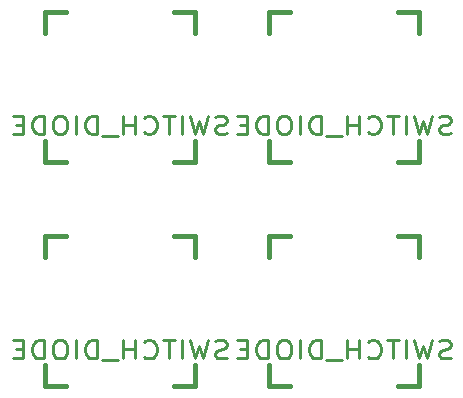
<source format=gbr>
G04 #@! TF.FileFunction,Legend,Bot*
%FSLAX46Y46*%
G04 Gerber Fmt 4.6, Leading zero omitted, Abs format (unit mm)*
G04 Created by KiCad (PCBNEW (after 2015-jan-16 BZR unknown)-brewed_product) date Friday, March 06, 2015 'AMt' 08:10:05 AM*
%MOMM*%
G01*
G04 APERTURE LIST*
%ADD10C,0.100000*%
%ADD11C,0.381000*%
%ADD12C,0.254000*%
G04 APERTURE END LIST*
D10*
D11*
X147650000Y-101650000D02*
X149428000Y-101650000D01*
X158572000Y-101650000D02*
X160350000Y-101650000D01*
X160350000Y-101650000D02*
X160350000Y-103428000D01*
X160350000Y-112572000D02*
X160350000Y-114350000D01*
X160350000Y-114350000D02*
X158572000Y-114350000D01*
X149428000Y-114350000D02*
X147650000Y-114350000D01*
X147650000Y-114350000D02*
X147650000Y-112572000D01*
X147650000Y-103428000D02*
X147650000Y-101650000D01*
X147650000Y-120650000D02*
X149428000Y-120650000D01*
X158572000Y-120650000D02*
X160350000Y-120650000D01*
X160350000Y-120650000D02*
X160350000Y-122428000D01*
X160350000Y-131572000D02*
X160350000Y-133350000D01*
X160350000Y-133350000D02*
X158572000Y-133350000D01*
X149428000Y-133350000D02*
X147650000Y-133350000D01*
X147650000Y-133350000D02*
X147650000Y-131572000D01*
X147650000Y-122428000D02*
X147650000Y-120650000D01*
X166650000Y-101650000D02*
X168428000Y-101650000D01*
X177572000Y-101650000D02*
X179350000Y-101650000D01*
X179350000Y-101650000D02*
X179350000Y-103428000D01*
X179350000Y-112572000D02*
X179350000Y-114350000D01*
X179350000Y-114350000D02*
X177572000Y-114350000D01*
X168428000Y-114350000D02*
X166650000Y-114350000D01*
X166650000Y-114350000D02*
X166650000Y-112572000D01*
X166650000Y-103428000D02*
X166650000Y-101650000D01*
X166650000Y-120650000D02*
X168428000Y-120650000D01*
X177572000Y-120650000D02*
X179350000Y-120650000D01*
X179350000Y-120650000D02*
X179350000Y-122428000D01*
X179350000Y-131572000D02*
X179350000Y-133350000D01*
X179350000Y-133350000D02*
X177572000Y-133350000D01*
X168428000Y-133350000D02*
X166650000Y-133350000D01*
X166650000Y-133350000D02*
X166650000Y-131572000D01*
X166650000Y-122428000D02*
X166650000Y-120650000D01*
D12*
X163059334Y-111918857D02*
X162805334Y-111991429D01*
X162382001Y-111991429D01*
X162212668Y-111918857D01*
X162128001Y-111846286D01*
X162043334Y-111701143D01*
X162043334Y-111556000D01*
X162128001Y-111410857D01*
X162212668Y-111338286D01*
X162382001Y-111265714D01*
X162720668Y-111193143D01*
X162890001Y-111120571D01*
X162974668Y-111048000D01*
X163059334Y-110902857D01*
X163059334Y-110757714D01*
X162974668Y-110612571D01*
X162890001Y-110540000D01*
X162720668Y-110467429D01*
X162297334Y-110467429D01*
X162043334Y-110540000D01*
X161450668Y-110467429D02*
X161027335Y-111991429D01*
X160688668Y-110902857D01*
X160350001Y-111991429D01*
X159926668Y-110467429D01*
X159249335Y-111991429D02*
X159249335Y-110467429D01*
X158656668Y-110467429D02*
X157640668Y-110467429D01*
X158148668Y-111991429D02*
X158148668Y-110467429D01*
X156032001Y-111846286D02*
X156116667Y-111918857D01*
X156370667Y-111991429D01*
X156540001Y-111991429D01*
X156794001Y-111918857D01*
X156963334Y-111773714D01*
X157048001Y-111628571D01*
X157132667Y-111338286D01*
X157132667Y-111120571D01*
X157048001Y-110830286D01*
X156963334Y-110685143D01*
X156794001Y-110540000D01*
X156540001Y-110467429D01*
X156370667Y-110467429D01*
X156116667Y-110540000D01*
X156032001Y-110612571D01*
X155270001Y-111991429D02*
X155270001Y-110467429D01*
X155270001Y-111193143D02*
X154254001Y-111193143D01*
X154254001Y-111991429D02*
X154254001Y-110467429D01*
X153830667Y-112136571D02*
X152476000Y-112136571D01*
X152052667Y-111991429D02*
X152052667Y-110467429D01*
X151629333Y-110467429D01*
X151375333Y-110540000D01*
X151206000Y-110685143D01*
X151121333Y-110830286D01*
X151036667Y-111120571D01*
X151036667Y-111338286D01*
X151121333Y-111628571D01*
X151206000Y-111773714D01*
X151375333Y-111918857D01*
X151629333Y-111991429D01*
X152052667Y-111991429D01*
X150274667Y-111991429D02*
X150274667Y-110467429D01*
X149089333Y-110467429D02*
X148750666Y-110467429D01*
X148581333Y-110540000D01*
X148412000Y-110685143D01*
X148327333Y-110975429D01*
X148327333Y-111483429D01*
X148412000Y-111773714D01*
X148581333Y-111918857D01*
X148750666Y-111991429D01*
X149089333Y-111991429D01*
X149258666Y-111918857D01*
X149428000Y-111773714D01*
X149512666Y-111483429D01*
X149512666Y-110975429D01*
X149428000Y-110685143D01*
X149258666Y-110540000D01*
X149089333Y-110467429D01*
X147565333Y-111991429D02*
X147565333Y-110467429D01*
X147141999Y-110467429D01*
X146887999Y-110540000D01*
X146718666Y-110685143D01*
X146633999Y-110830286D01*
X146549333Y-111120571D01*
X146549333Y-111338286D01*
X146633999Y-111628571D01*
X146718666Y-111773714D01*
X146887999Y-111918857D01*
X147141999Y-111991429D01*
X147565333Y-111991429D01*
X145787333Y-111193143D02*
X145194666Y-111193143D01*
X144940666Y-111991429D02*
X145787333Y-111991429D01*
X145787333Y-110467429D01*
X144940666Y-110467429D01*
X163059334Y-130918857D02*
X162805334Y-130991429D01*
X162382001Y-130991429D01*
X162212668Y-130918857D01*
X162128001Y-130846286D01*
X162043334Y-130701143D01*
X162043334Y-130556000D01*
X162128001Y-130410857D01*
X162212668Y-130338286D01*
X162382001Y-130265714D01*
X162720668Y-130193143D01*
X162890001Y-130120571D01*
X162974668Y-130048000D01*
X163059334Y-129902857D01*
X163059334Y-129757714D01*
X162974668Y-129612571D01*
X162890001Y-129540000D01*
X162720668Y-129467429D01*
X162297334Y-129467429D01*
X162043334Y-129540000D01*
X161450668Y-129467429D02*
X161027335Y-130991429D01*
X160688668Y-129902857D01*
X160350001Y-130991429D01*
X159926668Y-129467429D01*
X159249335Y-130991429D02*
X159249335Y-129467429D01*
X158656668Y-129467429D02*
X157640668Y-129467429D01*
X158148668Y-130991429D02*
X158148668Y-129467429D01*
X156032001Y-130846286D02*
X156116667Y-130918857D01*
X156370667Y-130991429D01*
X156540001Y-130991429D01*
X156794001Y-130918857D01*
X156963334Y-130773714D01*
X157048001Y-130628571D01*
X157132667Y-130338286D01*
X157132667Y-130120571D01*
X157048001Y-129830286D01*
X156963334Y-129685143D01*
X156794001Y-129540000D01*
X156540001Y-129467429D01*
X156370667Y-129467429D01*
X156116667Y-129540000D01*
X156032001Y-129612571D01*
X155270001Y-130991429D02*
X155270001Y-129467429D01*
X155270001Y-130193143D02*
X154254001Y-130193143D01*
X154254001Y-130991429D02*
X154254001Y-129467429D01*
X153830667Y-131136571D02*
X152476000Y-131136571D01*
X152052667Y-130991429D02*
X152052667Y-129467429D01*
X151629333Y-129467429D01*
X151375333Y-129540000D01*
X151206000Y-129685143D01*
X151121333Y-129830286D01*
X151036667Y-130120571D01*
X151036667Y-130338286D01*
X151121333Y-130628571D01*
X151206000Y-130773714D01*
X151375333Y-130918857D01*
X151629333Y-130991429D01*
X152052667Y-130991429D01*
X150274667Y-130991429D02*
X150274667Y-129467429D01*
X149089333Y-129467429D02*
X148750666Y-129467429D01*
X148581333Y-129540000D01*
X148412000Y-129685143D01*
X148327333Y-129975429D01*
X148327333Y-130483429D01*
X148412000Y-130773714D01*
X148581333Y-130918857D01*
X148750666Y-130991429D01*
X149089333Y-130991429D01*
X149258666Y-130918857D01*
X149428000Y-130773714D01*
X149512666Y-130483429D01*
X149512666Y-129975429D01*
X149428000Y-129685143D01*
X149258666Y-129540000D01*
X149089333Y-129467429D01*
X147565333Y-130991429D02*
X147565333Y-129467429D01*
X147141999Y-129467429D01*
X146887999Y-129540000D01*
X146718666Y-129685143D01*
X146633999Y-129830286D01*
X146549333Y-130120571D01*
X146549333Y-130338286D01*
X146633999Y-130628571D01*
X146718666Y-130773714D01*
X146887999Y-130918857D01*
X147141999Y-130991429D01*
X147565333Y-130991429D01*
X145787333Y-130193143D02*
X145194666Y-130193143D01*
X144940666Y-130991429D02*
X145787333Y-130991429D01*
X145787333Y-129467429D01*
X144940666Y-129467429D01*
X182059334Y-111918857D02*
X181805334Y-111991429D01*
X181382001Y-111991429D01*
X181212668Y-111918857D01*
X181128001Y-111846286D01*
X181043334Y-111701143D01*
X181043334Y-111556000D01*
X181128001Y-111410857D01*
X181212668Y-111338286D01*
X181382001Y-111265714D01*
X181720668Y-111193143D01*
X181890001Y-111120571D01*
X181974668Y-111048000D01*
X182059334Y-110902857D01*
X182059334Y-110757714D01*
X181974668Y-110612571D01*
X181890001Y-110540000D01*
X181720668Y-110467429D01*
X181297334Y-110467429D01*
X181043334Y-110540000D01*
X180450668Y-110467429D02*
X180027335Y-111991429D01*
X179688668Y-110902857D01*
X179350001Y-111991429D01*
X178926668Y-110467429D01*
X178249335Y-111991429D02*
X178249335Y-110467429D01*
X177656668Y-110467429D02*
X176640668Y-110467429D01*
X177148668Y-111991429D02*
X177148668Y-110467429D01*
X175032001Y-111846286D02*
X175116667Y-111918857D01*
X175370667Y-111991429D01*
X175540001Y-111991429D01*
X175794001Y-111918857D01*
X175963334Y-111773714D01*
X176048001Y-111628571D01*
X176132667Y-111338286D01*
X176132667Y-111120571D01*
X176048001Y-110830286D01*
X175963334Y-110685143D01*
X175794001Y-110540000D01*
X175540001Y-110467429D01*
X175370667Y-110467429D01*
X175116667Y-110540000D01*
X175032001Y-110612571D01*
X174270001Y-111991429D02*
X174270001Y-110467429D01*
X174270001Y-111193143D02*
X173254001Y-111193143D01*
X173254001Y-111991429D02*
X173254001Y-110467429D01*
X172830667Y-112136571D02*
X171476000Y-112136571D01*
X171052667Y-111991429D02*
X171052667Y-110467429D01*
X170629333Y-110467429D01*
X170375333Y-110540000D01*
X170206000Y-110685143D01*
X170121333Y-110830286D01*
X170036667Y-111120571D01*
X170036667Y-111338286D01*
X170121333Y-111628571D01*
X170206000Y-111773714D01*
X170375333Y-111918857D01*
X170629333Y-111991429D01*
X171052667Y-111991429D01*
X169274667Y-111991429D02*
X169274667Y-110467429D01*
X168089333Y-110467429D02*
X167750666Y-110467429D01*
X167581333Y-110540000D01*
X167412000Y-110685143D01*
X167327333Y-110975429D01*
X167327333Y-111483429D01*
X167412000Y-111773714D01*
X167581333Y-111918857D01*
X167750666Y-111991429D01*
X168089333Y-111991429D01*
X168258666Y-111918857D01*
X168428000Y-111773714D01*
X168512666Y-111483429D01*
X168512666Y-110975429D01*
X168428000Y-110685143D01*
X168258666Y-110540000D01*
X168089333Y-110467429D01*
X166565333Y-111991429D02*
X166565333Y-110467429D01*
X166141999Y-110467429D01*
X165887999Y-110540000D01*
X165718666Y-110685143D01*
X165633999Y-110830286D01*
X165549333Y-111120571D01*
X165549333Y-111338286D01*
X165633999Y-111628571D01*
X165718666Y-111773714D01*
X165887999Y-111918857D01*
X166141999Y-111991429D01*
X166565333Y-111991429D01*
X164787333Y-111193143D02*
X164194666Y-111193143D01*
X163940666Y-111991429D02*
X164787333Y-111991429D01*
X164787333Y-110467429D01*
X163940666Y-110467429D01*
X182059334Y-130918857D02*
X181805334Y-130991429D01*
X181382001Y-130991429D01*
X181212668Y-130918857D01*
X181128001Y-130846286D01*
X181043334Y-130701143D01*
X181043334Y-130556000D01*
X181128001Y-130410857D01*
X181212668Y-130338286D01*
X181382001Y-130265714D01*
X181720668Y-130193143D01*
X181890001Y-130120571D01*
X181974668Y-130048000D01*
X182059334Y-129902857D01*
X182059334Y-129757714D01*
X181974668Y-129612571D01*
X181890001Y-129540000D01*
X181720668Y-129467429D01*
X181297334Y-129467429D01*
X181043334Y-129540000D01*
X180450668Y-129467429D02*
X180027335Y-130991429D01*
X179688668Y-129902857D01*
X179350001Y-130991429D01*
X178926668Y-129467429D01*
X178249335Y-130991429D02*
X178249335Y-129467429D01*
X177656668Y-129467429D02*
X176640668Y-129467429D01*
X177148668Y-130991429D02*
X177148668Y-129467429D01*
X175032001Y-130846286D02*
X175116667Y-130918857D01*
X175370667Y-130991429D01*
X175540001Y-130991429D01*
X175794001Y-130918857D01*
X175963334Y-130773714D01*
X176048001Y-130628571D01*
X176132667Y-130338286D01*
X176132667Y-130120571D01*
X176048001Y-129830286D01*
X175963334Y-129685143D01*
X175794001Y-129540000D01*
X175540001Y-129467429D01*
X175370667Y-129467429D01*
X175116667Y-129540000D01*
X175032001Y-129612571D01*
X174270001Y-130991429D02*
X174270001Y-129467429D01*
X174270001Y-130193143D02*
X173254001Y-130193143D01*
X173254001Y-130991429D02*
X173254001Y-129467429D01*
X172830667Y-131136571D02*
X171476000Y-131136571D01*
X171052667Y-130991429D02*
X171052667Y-129467429D01*
X170629333Y-129467429D01*
X170375333Y-129540000D01*
X170206000Y-129685143D01*
X170121333Y-129830286D01*
X170036667Y-130120571D01*
X170036667Y-130338286D01*
X170121333Y-130628571D01*
X170206000Y-130773714D01*
X170375333Y-130918857D01*
X170629333Y-130991429D01*
X171052667Y-130991429D01*
X169274667Y-130991429D02*
X169274667Y-129467429D01*
X168089333Y-129467429D02*
X167750666Y-129467429D01*
X167581333Y-129540000D01*
X167412000Y-129685143D01*
X167327333Y-129975429D01*
X167327333Y-130483429D01*
X167412000Y-130773714D01*
X167581333Y-130918857D01*
X167750666Y-130991429D01*
X168089333Y-130991429D01*
X168258666Y-130918857D01*
X168428000Y-130773714D01*
X168512666Y-130483429D01*
X168512666Y-129975429D01*
X168428000Y-129685143D01*
X168258666Y-129540000D01*
X168089333Y-129467429D01*
X166565333Y-130991429D02*
X166565333Y-129467429D01*
X166141999Y-129467429D01*
X165887999Y-129540000D01*
X165718666Y-129685143D01*
X165633999Y-129830286D01*
X165549333Y-130120571D01*
X165549333Y-130338286D01*
X165633999Y-130628571D01*
X165718666Y-130773714D01*
X165887999Y-130918857D01*
X166141999Y-130991429D01*
X166565333Y-130991429D01*
X164787333Y-130193143D02*
X164194666Y-130193143D01*
X163940666Y-130991429D02*
X164787333Y-130991429D01*
X164787333Y-129467429D01*
X163940666Y-129467429D01*
M02*

</source>
